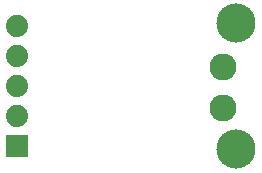
<source format=gbr>
G04 EAGLE Gerber RS-274X export*
G75*
%MOMM*%
%FSLAX34Y34*%
%LPD*%
%INSoldermask Bottom*%
%IPPOS*%
%AMOC8*
5,1,8,0,0,1.08239X$1,22.5*%
G01*
%ADD10R,1.879600X1.879600*%
%ADD11C,1.879600*%
%ADD12C,2.286000*%
%ADD13C,3.317600*%


D10*
X30480Y25400D03*
D11*
X30480Y50800D03*
X30480Y76200D03*
X30480Y101600D03*
X30480Y127000D03*
D12*
X204470Y92930D03*
X204470Y57930D03*
D13*
X215900Y129540D03*
X215900Y22860D03*
M02*

</source>
